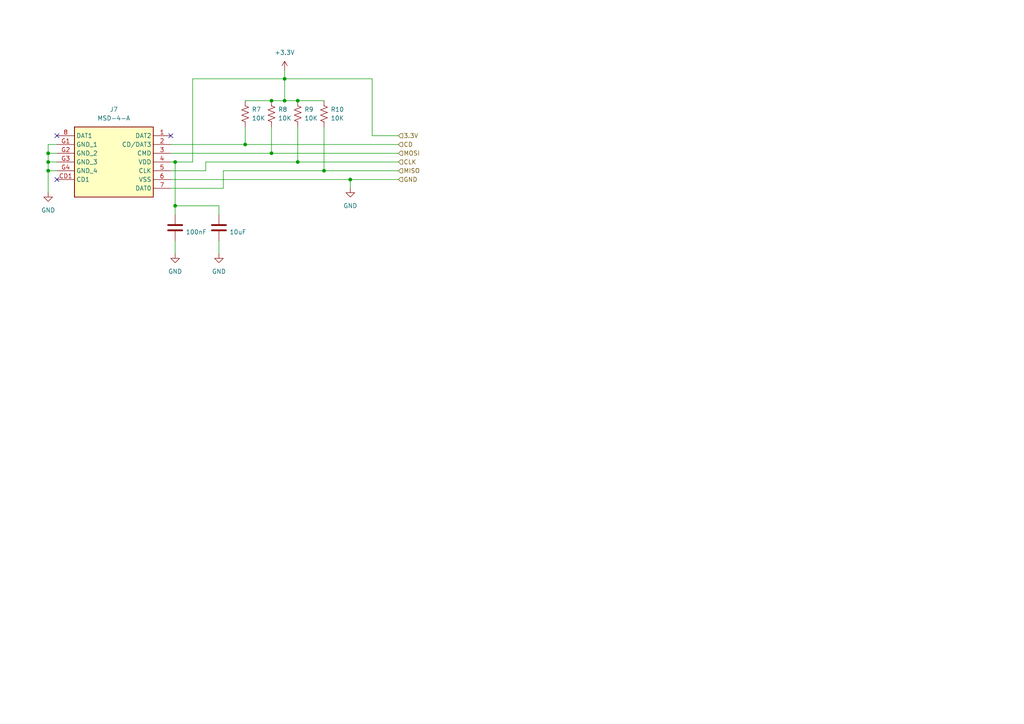
<source format=kicad_sch>
(kicad_sch (version 20231120) (generator "eeschema") (generator_version "8.0")
  (paper "A4")
  (lib_symbols
    (symbol "Device:C" (pin_numbers hide) (pin_names (offset 0.254))
      (property "Reference" "C" (at 0.635 2.54 0))
      (property "Value" "C" (at 0.635 -2.54 0))
      (symbol "C_0_1"
        (polyline (pts (xy -2.032 -0.762) (xy 2.032 -0.762)) (stroke (width 0.508)))
        (polyline (pts (xy -2.032 0.762) (xy 2.032 0.762)) (stroke (width 0.508)))
      )
      (symbol "C_1_1"
        (pin passive line (at 0 3.81 270) (length 2.794) (name "~") (number "1"))
        (pin passive line (at 0 -3.81 90) (length 2.794) (name "~") (number "2"))
      )
    )
    (symbol "Device:R_US" (pin_numbers hide) (pin_names (offset 0))
      (property "Reference" "R" (at 2.54 0 90))
      (property "Value" "R_US" (at -2.54 0 90))
      (symbol "R_US_0_1"
        (polyline (pts (xy 0 -2.286) (xy 0 -2.54)))
        (polyline (pts (xy 0 2.286) (xy 0 2.54)))
        (polyline (pts (xy 0 -0.762) (xy 1.016 -1.143) (xy 0 -1.524) (xy -1.016 -1.905) (xy 0 -2.286)))
        (polyline (pts (xy 0 0.762) (xy 1.016 0.381) (xy 0 0) (xy -1.016 -0.381) (xy 0 -0.762)))
        (polyline (pts (xy 0 2.286) (xy 1.016 1.905) (xy 0 1.524) (xy -1.016 1.143) (xy 0 0.762)))
      )
      (symbol "R_US_1_1"
        (pin passive line (at 0 3.81 270) (length 1.27) (name "~") (number "1"))
        (pin passive line (at 0 -3.81 90) (length 1.27) (name "~") (number "2"))
      )
    )
    (symbol "MSD-4-A:MSD-4-A"
      (property "Reference" "J" (at 29.21 7.62 0))
      (property "Value" "MSD-4-A" (at 29.21 5.08 0))
      (symbol "MSD-4-A_1_1"
        (rectangle (start 5.08 2.54) (end 27.94 -17.78) (stroke (width 0.254)) (fill (type background)))
        (pin passive line (at 0 0 0) (length 5.08) (name "DAT2") (number "1"))
        (pin passive line (at 0 -2.54 0) (length 5.08) (name "CD/DAT3") (number "2"))
        (pin passive line (at 0 -5.08 0) (length 5.08) (name "CMD") (number "3"))
        (pin passive line (at 0 -7.62 0) (length 5.08) (name "VDD") (number "4"))
        (pin passive line (at 0 -10.16 0) (length 5.08) (name "CLK") (number "5"))
        (pin passive line (at 0 -12.7 0) (length 5.08) (name "VSS") (number "6"))
        (pin passive line (at 0 -15.24 0) (length 5.08) (name "DAT0") (number "7"))
        (pin passive line (at 33.02 0 180) (length 5.08) (name "DAT1") (number "8"))
        (pin passive line (at 33.02 -12.7 180) (length 5.08) (name "CD1") (number "CD1"))
        (pin passive line (at 33.02 -2.54 180) (length 5.08) (name "GND_1") (number "G1"))
        (pin passive line (at 33.02 -5.08 180) (length 5.08) (name "GND_2") (number "G2"))
        (pin passive line (at 33.02 -7.62 180) (length 5.08) (name "GND_3") (number "G3"))
        (pin passive line (at 33.02 -10.16 180) (length 5.08) (name "GND_4") (number "G4"))
      )
    )
    (symbol "power:+3.3V" (power) (pin_numbers hide) (pin_names (offset 0) hide)
      (property "Value" "+3.3V" (at 0 3.556 0))
      (symbol "+3.3V_0_1"
        (polyline (pts (xy -0.762 1.27) (xy 0 2.54)))
        (polyline (pts (xy 0 0) (xy 0 2.54)))
        (polyline (pts (xy 0 2.54) (xy 0.762 1.27)))
      )
      (symbol "+3.3V_1_1"
        (pin power_in line (at 0 0 90) (length 0) (name "~") (number "1"))
      )
    )
    (symbol "power:GND" (power) (pin_numbers hide) (pin_names (offset 0) hide)
      (property "Value" "GND" (at 0 -3.81 0))
      (symbol "GND_0_1"
        (polyline (pts (xy 0 0) (xy 0 -1.27) (xy 1.27 -1.27) (xy 0 -2.54) (xy -1.27 -1.27) (xy 0 -1.27)))
      )
      (symbol "GND_1_1"
        (pin power_in line (at 0 0 270) (length 0) (name "~") (number "1"))
      )
    )
  )
  (junction (at 78.74 29.21))
  (junction (at 101.6 52.07))
  (junction (at 86.36 46.99))
  (junction (at 82.55 29.21))
  (junction (at 71.12 41.91))
  (junction (at 78.74 44.45))
  (junction (at 86.36 29.21))
  (junction (at 50.8 46.99))
  (junction (at 82.55 22.86))
  (junction (at 13.97 44.45))
  (junction (at 13.97 49.53))
  (junction (at 50.8 59.69))
  (junction (at 93.98 49.53))
  (junction (at 13.97 46.99))
  (no_connect (at 16.51 39.37))
  (no_connect (at 16.51 52.07))
  (no_connect (at 49.53 39.37))
  (wire (pts (xy 59.69 46.99) (xy 59.69 49.53)))
  (wire (pts (xy 107.95 39.37) (xy 107.95 22.86)))
  (wire (pts (xy 49.53 52.07) (xy 101.6 52.07)))
  (wire (pts (xy 13.97 46.99) (xy 16.51 46.99)))
  (wire (pts (xy 93.98 49.53) (xy 64.77 49.53)))
  (wire (pts (xy 71.12 41.91) (xy 115.57 41.91)))
  (wire (pts (xy 115.57 46.99) (xy 86.36 46.99)))
  (wire (pts (xy 13.97 44.45) (xy 16.51 44.45)))
  (wire (pts (xy 101.6 52.07) (xy 115.57 52.07)))
  (wire (pts (xy 49.53 49.53) (xy 59.69 49.53)))
  (wire (pts (xy 78.74 29.21) (xy 82.55 29.21)))
  (wire (pts (xy 82.55 22.86) (xy 55.88 22.86)))
  (wire (pts (xy 13.97 55.88) (xy 13.97 49.53)))
  (wire (pts (xy 64.77 54.61) (xy 49.53 54.61)))
  (wire (pts (xy 63.5 69.85) (xy 63.5 73.66)))
  (wire (pts (xy 55.88 22.86) (xy 55.88 46.99)))
  (wire (pts (xy 63.5 62.23) (xy 63.5 59.69)))
  (wire (pts (xy 49.53 41.91) (xy 71.12 41.91)))
  (wire (pts (xy 86.36 29.21) (xy 93.98 29.21)))
  (wire (pts (xy 13.97 41.91) (xy 16.51 41.91)))
  (wire (pts (xy 71.12 29.21) (xy 78.74 29.21)))
  (wire (pts (xy 82.55 22.86) (xy 82.55 29.21)))
  (wire (pts (xy 78.74 44.45) (xy 115.57 44.45)))
  (wire (pts (xy 82.55 20.32) (xy 82.55 22.86)))
  (wire (pts (xy 50.8 46.99) (xy 50.8 59.69)))
  (wire (pts (xy 49.53 46.99) (xy 50.8 46.99)))
  (wire (pts (xy 107.95 22.86) (xy 82.55 22.86)))
  (wire (pts (xy 13.97 46.99) (xy 13.97 44.45)))
  (wire (pts (xy 115.57 49.53) (xy 93.98 49.53)))
  (wire (pts (xy 115.57 39.37) (xy 107.95 39.37)))
  (wire (pts (xy 13.97 49.53) (xy 13.97 46.99)))
  (wire (pts (xy 93.98 36.83) (xy 93.98 49.53)))
  (wire (pts (xy 50.8 59.69) (xy 50.8 62.23)))
  (wire (pts (xy 49.53 44.45) (xy 78.74 44.45)))
  (wire (pts (xy 55.88 46.99) (xy 50.8 46.99)))
  (wire (pts (xy 71.12 36.83) (xy 71.12 41.91)))
  (wire (pts (xy 50.8 59.69) (xy 63.5 59.69)))
  (wire (pts (xy 13.97 44.45) (xy 13.97 41.91)))
  (wire (pts (xy 13.97 49.53) (xy 16.51 49.53)))
  (wire (pts (xy 82.55 29.21) (xy 86.36 29.21)))
  (wire (pts (xy 101.6 54.61) (xy 101.6 52.07)))
  (wire (pts (xy 50.8 69.85) (xy 50.8 73.66)))
  (wire (pts (xy 86.36 36.83) (xy 86.36 46.99)))
  (wire (pts (xy 64.77 49.53) (xy 64.77 54.61)))
  (wire (pts (xy 86.36 46.99) (xy 59.69 46.99)))
  (wire (pts (xy 78.74 36.83) (xy 78.74 44.45)))
  (hierarchical_label "GND" (shape input) (at 115.57 52.07 0))
  (hierarchical_label "3.3V" (shape input) (at 115.57 39.37 0))
  (hierarchical_label "CD" (shape input) (at 115.57 41.91 0))
  (hierarchical_label "MISO" (shape input) (at 115.57 49.53 0))
  (hierarchical_label "MOSI" (shape input) (at 115.57 44.45 0))
  (hierarchical_label "CLK" (shape input) (at 115.57 46.99 0))
  (symbol (lib_id "power:GND") (at 63.5 73.66 0) (unit 1)
    (property "Reference" "#PWR018" (effects (hide yes)))
    (property "Value" "GND" (at 63.5 78.74 0))
    (property "Description" "Power symbol creates a global label with name \"GND\" , ground" (effects (hide yes)))
  )
  (symbol (lib_id "Device:R_US") (at 78.74 33.02 180) (unit 1)
    (property "Reference" "R8" (at 80.645 31.7499 0) (effects (justify right)))
    (property "Value" "10K" (at 80.645 34.2899 0) (effects (justify right)))
    (property "Footprint" "Resistor_SMD:R_0402_1005Metric_Pad0.72x0.64mm_HandSolder" (effects (hide yes)))
    (property "Description" "Resistor, US symbol" (effects (hide yes)))
  )
  (symbol (lib_id "Device:C") (at 63.5 66.04 0) (unit 1)
    (property "Reference" "C8" (effects (hide yes)))
    (property "Value" "10uF" (at 66.548 67.31 0) (effects (justify left)))
    (property "Footprint" "Capacitor_SMD:C_0504_1310Metric_Pad0.83x1.28mm_HandSolder" (effects (hide yes)))
    (property "Description" "Unpolarized capacitor" (effects (hide yes)))
  )
  (symbol (lib_id "power:GND") (at 13.97 55.88 0) (unit 1)
    (property "Reference" "#PWR016" (effects (hide yes)))
    (property "Value" "GND" (at 13.97 60.96 0))
    (property "Description" "Power symbol creates a global label with name \"GND\" , ground" (effects (hide yes)))
  )
  (symbol (lib_id "Device:R_US") (at 86.36 33.02 180) (unit 1)
    (property "Reference" "R9" (at 88.265 31.7499 0) (effects (justify right)))
    (property "Value" "10K" (at 88.265 34.2899 0) (effects (justify right)))
    (property "Footprint" "Resistor_SMD:R_0402_1005Metric_Pad0.72x0.64mm_HandSolder" (effects (hide yes)))
    (property "Description" "Resistor, US symbol" (effects (hide yes)))
  )
  (symbol (lib_id "Device:R_US") (at 71.12 33.02 0) (unit 1)
    (property "Reference" "R7" (at 73.025 31.7499 0) (effects (justify left)))
    (property "Value" "10K" (at 73.025 34.2899 0) (effects (justify left)))
    (property "Footprint" "Resistor_SMD:R_0402_1005Metric_Pad0.72x0.64mm_HandSolder" (effects (hide yes)))
    (property "Description" "Resistor, US symbol" (effects (hide yes)))
  )
  (symbol (lib_id "power:GND") (at 50.8 73.66 0) (unit 1)
    (property "Reference" "#PWR017" (effects (hide yes)))
    (property "Value" "GND" (at 50.8 78.74 0))
    (property "Description" "Power symbol creates a global label with name \"GND\" , ground" (effects (hide yes)))
  )
  (symbol (lib_id "MSD-4-A:MSD-4-A") (at 49.53 39.37 0) (mirror y) (unit 1)
    (property "Reference" "J7" (at 33.02 31.75 0))
    (property "Value" "MSD-4-A" (at 33.02 34.29 0))
    (property "Footprint" "MSD-4-A:MSD4A" (effects (hide yes)))
    (property "Datasheet" "https://www.cuidevices.com/product/resource/pdf/msd-4-a.pdf" (effects (hide yes)))
    (property "Description" "Memory Card Connectors 9 Positions, Push In, Auto Eject Out, SMT, 1.8 mm Height Above Board," (effects (hide yes)))
    (property "Height" "2" (effects (hide yes)))
    (property "Mouser Part Number" "179-MSD-4-A" (effects (hide yes)))
    (property "Mouser Price/Stock" "https://www.mouser.co.uk/ProductDetail/CUI-Devices/MSD-4-A?qs=Z%252BL2brAPG1Jll%252BQTi%252Btupg%3D%3D" (effects (hide yes)))
    (property "Manufacturer_Name" "CUI Devices" (effects (hide yes)))
    (property "Manufacturer_Part_Number" "MSD-4-A" (effects (hide yes)))
  )
  (symbol (lib_id "Device:R_US") (at 93.98 33.02 180) (unit 1)
    (property "Reference" "R10" (at 95.885 31.7499 0) (effects (justify right)))
    (property "Value" "10K" (at 95.885 34.2899 0) (effects (justify right)))
    (property "Footprint" "Resistor_SMD:R_0402_1005Metric_Pad0.72x0.64mm_HandSolder" (effects (hide yes)))
    (property "Description" "Resistor, US symbol" (effects (hide yes)))
  )
  (symbol (lib_id "power:+3.3V") (at 82.55 20.32 0) (unit 1)
    (property "Reference" "#PWR019" (effects (hide yes)))
    (property "Value" "+3.3V" (at 82.55 15.24 0))
    (property "Description" "Power symbol creates a global label with name \"+3.3V\"" (effects (hide yes)))
  )
  (symbol (lib_id "power:GND") (at 101.6 54.61 0) (unit 1)
    (property "Reference" "#PWR020" (effects (hide yes)))
    (property "Value" "GND" (at 101.6 59.69 0))
    (property "Description" "Power symbol creates a global label with name \"GND\" , ground" (effects (hide yes)))
  )
  (symbol (lib_id "Device:C") (at 50.8 66.04 0) (unit 1)
    (property "Reference" "C7" (effects (hide yes)))
    (property "Value" "100nF" (at 53.848 67.31 0) (effects (justify left)))
    (property "Footprint" "Capacitor_SMD:C_0504_1310Metric_Pad0.83x1.28mm_HandSolder" (effects (hide yes)))
    (property "Description" "Unpolarized capacitor" (effects (hide yes)))
  )
)
</source>
